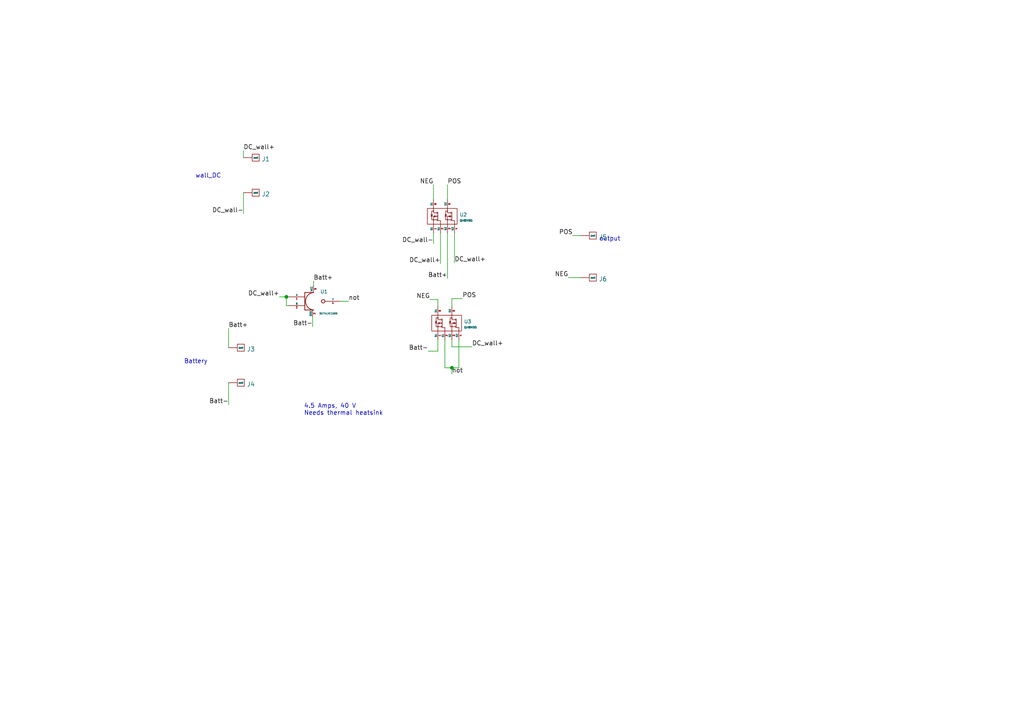
<source format=kicad_sch>
(kicad_sch (version 20211123) (generator eeschema)
  (paper "A4")
  (lib_symbols
    (symbol "Connectors:pad" (pin_numbers hide) (pin_names (offset 0.3))
      (property "Reference" "J" (at 0 2.032 0))
      (symbol "pad_0_1"
        (rectangle (start -1.016 1.016) (end 1.016 -1.016) (stroke (width 0.1524)))
      )
      (symbol "pad_1_1"
        (pin unspecified line (at -3.556 0 0) (length 2.5) (name "pad") (number "1"))
      )
    )
    (symbol "E-MOSFETs:QH8MB5" (pin_names (offset 0))
      (property "Reference" "U" (at 4.572 1.016 0))
      (property "Value" "QH8MB5" (at 5.842 -1.016 0))
      (symbol "QH8MB5_0_1"
        (rectangle (start -4.826 2.286) (end 3.81 -2.286) (stroke (width 0.1524)))
        (circle (center -3.048 -1.016) (radius 0.127) (stroke (width 0.05)) (fill (type outline)))
        (circle (center -3.048 1.524) (radius 0.127) (stroke (width 0.05)) (fill (type outline)))
        (polyline (pts (xy -3.302 0.508) (xy -3.81 0.508)) (stroke (width 0.1524)))
        (polyline (pts (xy -3.048 -1.016) (xy -3.048 -2.286)) (stroke (width 0.1524)))
        (polyline (pts (xy -3.048 2.286) (xy -3.048 1.524)) (stroke (width 0.1524)))
        (polyline (pts (xy -2.032 -1.27) (xy -2.032 -0.762)) (stroke (width 0.1524)))
        (polyline (pts (xy -2.032 -0.254) (xy -2.032 0.254)) (stroke (width 0.1524)))
        (polyline (pts (xy -2.032 0.762) (xy -2.032 1.27)) (stroke (width 0.1524)))
        (polyline (pts (xy -1.778 -1.27) (xy -1.778 1.27)) (stroke (width 0.1524)))
        (polyline (pts (xy -1.778 -1.27) (xy -1.016 -1.27)) (stroke (width 0.1524)))
        (polyline (pts (xy -1.016 -1.27) (xy -1.016 -2.286)) (stroke (width 0.1524)))
        (polyline (pts (xy 0.254 0) (xy 0.762 0)) (stroke (width 0.1524)))
        (polyline (pts (xy 1.016 -1.016) (xy 1.016 -2.286)) (stroke (width 0.1524)))
        (polyline (pts (xy 1.016 2.286) (xy 1.016 1.524)) (stroke (width 0.1524)))
        (polyline (pts (xy 2.032 -1.27) (xy 2.032 -0.762)) (stroke (width 0.1524)))
        (polyline (pts (xy 2.032 -0.254) (xy 2.032 0.254)) (stroke (width 0.1524)))
        (polyline (pts (xy 2.032 0.762) (xy 2.032 1.27)) (stroke (width 0.1524)))
        (polyline (pts (xy 2.286 -1.27) (xy 2.286 1.27)) (stroke (width 0.1524)))
        (polyline (pts (xy 2.286 -1.27) (xy 3.048 -1.27)) (stroke (width 0.1524)))
        (polyline (pts (xy 3.048 -1.27) (xy 3.048 -2.286)) (stroke (width 0.1524)))
        (polyline (pts (xy -3.556 0) (xy -3.556 -1.016) (xy -3.048 -1.016)) (stroke (width 0.1524)))
        (polyline (pts (xy -2.032 1.016) (xy -3.048 1.016) (xy -3.048 1.27)) (stroke (width 0.1524)))
        (polyline (pts (xy 0.508 0) (xy 0.508 -1.016) (xy 1.016 -1.016)) (stroke (width 0.1524)))
        (polyline (pts (xy 2.032 1.016) (xy 1.016 1.016) (xy 1.016 1.27)) (stroke (width 0.1524)))
        (polyline (pts (xy -3.81 0) (xy -3.556 0.508) (xy -3.302 0) (xy -3.81 0)) (stroke (width 0.1)) (fill (type outline)))
        (polyline (pts (xy -3.556 0.508) (xy -3.556 1.524) (xy -3.048 1.524) (xy -3.048 1.27)) (stroke (width 0.1524)))
        (polyline (pts (xy -2.794 0.254) (xy -2.286 0) (xy -2.794 -0.254) (xy -2.794 0.254)) (stroke (width 0.1)) (fill (type outline)))
        (polyline (pts (xy -2.032 0) (xy -3.048 0) (xy -3.048 -1.016) (xy -2.032 -1.016)) (stroke (width 0.1524)))
        (polyline (pts (xy 0.508 0.508) (xy 0.508 1.524) (xy 1.016 1.524) (xy 1.016 1.27)) (stroke (width 0.1524)))
        (polyline (pts (xy 0.762 0.508) (xy 0.508 0) (xy 0.254 0.508) (xy 0.762 0.508)) (stroke (width 0.1)) (fill (type outline)))
        (polyline (pts (xy 1.778 0.254) (xy 1.27 0) (xy 1.778 -0.254) (xy 1.778 0.254)) (stroke (width 0.1)) (fill (type outline)))
        (polyline (pts (xy 2.032 0) (xy 1.016 0) (xy 1.016 -1.016) (xy 2.032 -1.016)) (stroke (width 0.1524)))
        (circle (center 1.016 -1.016) (radius 0.127) (stroke (width 0.05)) (fill (type outline)))
        (circle (center 1.016 1.524) (radius 0.127) (stroke (width 0.05)) (fill (type outline)))
      )
      (symbol "QH8MB5_1_1"
        (pin unspecified line (at -3.048 -4.826 90) (length 2.5) (name "S1") (number "1"))
        (pin unspecified line (at -1.016 -4.826 90) (length 2.5) (name "G1") (number "2"))
        (pin unspecified line (at 1.016 -4.826 90) (length 2.5) (name "S2") (number "3"))
        (pin unspecified line (at 3.048 -4.826 90) (length 2.5) (name "G2") (number "4"))
        (pin unspecified line (at 1.016 4.826 270) (length 2.5) (name "D2") (number "5"))
        (pin unspecified line (at -3.048 4.826 270) (length 2.5) (name "D1") (number "6"))
      )
    )
    (symbol "digital:SN74LVC1G00" (pin_names (offset 0))
      (property "Reference" "U" (at 2.286 2.794 0))
      (property "Value" "SN74LVC1G00" (at 4.318 -2.794 0))
      (symbol "SN74LVC1G00_1_1"
        (polyline (pts (xy -2.54 -2.54) (xy 0 -2.54)) (stroke (width 0.2032)))
        (polyline (pts (xy -2.54 2.54) (xy -2.54 -2.54)) (stroke (width 0.2032)))
        (polyline (pts (xy -2.54 2.54) (xy 0 2.54)) (stroke (width 0.2032)))
        (arc (start 0 2.54) (mid -2.7841 0) (end 0 -2.54) (stroke (width 0.2032)))
        (circle (center 2.794 0) (radius 0.508) (stroke (width 0.2032)))
        (pin input line (at -7.112 1.27 0) (length 4.5) (name "A") (number "1"))
        (pin input line (at -7.112 -1.27 0) (length 4.5) (name "B") (number "2"))
        (pin power_in line (at -0.254 -4.572 90) (length 2) (name "GND") (number "3"))
        (pin output line (at 7.874 0 180) (length 4.5) (name "Y") (number "4"))
        (pin power_in line (at 0 4.572 270) (length 2) (name "VCC") (number "5"))
      )
    )
  )
  (junction (at 131.064 106.68))
  (junction (at 83.058 86.106))
  (wire (pts (xy 131.064 100.584) (xy 136.906 100.584)))
  (wire (pts (xy 129.032 106.68) (xy 129.032 98.552)))
  (wire (pts (xy 70.612 45.72) (xy 70.612 43.688)))
  (wire (pts (xy 127 101.854) (xy 124.206 101.854)))
  (wire (pts (xy 131.064 88.9) (xy 131.064 86.614)))
  (wire (pts (xy 131.064 106.68) (xy 129.032 106.68)))
  (wire (pts (xy 127.762 67.564) (xy 127.762 76.454)))
  (wire (pts (xy 127 98.552) (xy 127 101.854)))
  (wire (pts (xy 129.794 53.594) (xy 129.794 57.912)))
  (wire (pts (xy 131.064 86.614) (xy 134.112 86.614)))
  (wire (pts (xy 70.612 61.976) (xy 70.612 55.88)))
  (wire (pts (xy 90.678 91.948) (xy 90.678 94.742)))
  (wire (pts (xy 127 86.868) (xy 124.714 86.868)))
  (wire (pts (xy 164.846 80.518) (xy 168.402 80.518)))
  (wire (pts (xy 131.064 106.68) (xy 133.096 106.68)))
  (wire (pts (xy 83.058 88.646) (xy 83.82 88.646)))
  (wire (pts (xy 66.294 100.838) (xy 66.294 95.25)))
  (wire (pts (xy 131.826 67.564) (xy 131.826 76.2)))
  (wire (pts (xy 125.73 67.564) (xy 125.73 70.612)))
  (wire (pts (xy 131.064 108.458) (xy 131.064 106.68)))
  (wire (pts (xy 98.806 87.376) (xy 101.092 87.376)))
  (wire (pts (xy 133.096 106.68) (xy 133.096 98.552)))
  (wire (pts (xy 131.064 98.552) (xy 131.064 100.584)))
  (wire (pts (xy 125.73 53.594) (xy 125.73 57.912)))
  (wire (pts (xy 168.402 68.326) (xy 166.116 68.326)))
  (wire (pts (xy 127 88.9) (xy 127 86.868)))
  (wire (pts (xy 81.026 86.106) (xy 83.058 86.106)))
  (wire (pts (xy 83.82 86.106) (xy 83.058 86.106)))
  (wire (pts (xy 90.932 81.534) (xy 90.932 82.804)))
  (wire (pts (xy 129.794 67.564) (xy 129.794 80.772)))
  (wire (pts (xy 66.294 110.998) (xy 66.294 117.348)))
  (wire (pts (xy 83.058 86.106) (xy 83.058 88.646)))
  (text "~" (at 60.96 53.848 0) (effects (font (size 1.27 1.27)) (justify left bottom)))
  (text "~" (at 56.388 50.8 0) (effects (font (size 1.27 1.27)) (justify left bottom)))
  (text "Battery" (at 53.34 105.664 0) (effects (font (size 1.27 1.27)) (justify left bottom)))
  (text "4.5 Amps, 40 V\nNeeds thermal heatsink\n" (at 88.138 120.65 0) (effects (font (size 1.27 1.27)) (justify left bottom)))
  (text "output" (at 173.736 70.104 0) (effects (font (size 1.27 1.27)) (justify left bottom)))
  (text "wall_DC" (at 56.642 51.816 0) (effects (font (size 1.27 1.27)) (justify left bottom)))
  (label "DC_wall-" (at 125.73 70.612 180))
  (label "POS" (at 134.112 86.614 0))
  (label "Batt-" (at 124.206 101.854 180))
  (label "POS" (at 166.116 68.326 180))
  (label "NEG" (at 164.846 80.518 180))
  (label "Batt+" (at 90.932 81.534 0))
  (label "Batt-" (at 90.678 94.742 180))
  (label "DC_wall+" (at 131.826 76.2 0))
  (label "NEG" (at 124.714 86.868 180))
  (label "Batt+" (at 129.794 80.772 180))
  (label "Batt-" (at 66.294 117.348 180))
  (label "POS" (at 129.794 53.594 0))
  (label "DC_wall+" (at 70.612 43.688 0))
  (label "Batt+" (at 66.294 95.25 0))
  (label "DC_wall+" (at 127.762 76.454 180))
  (label "not" (at 131.064 108.458 0))
  (label "DC_wall+" (at 136.906 100.584 0))
  (label "not" (at 101.092 87.376 0))
  (label "NEG" (at 125.73 53.594 180))
  (label "DC_wall+" (at 81.026 86.106 180))
  (label "DC_wall-" (at 70.612 61.976 180))
  (symbol (lib_id "Connectors:pad") (at 171.958 68.326 0) (unit 1)
    (property "Reference" "J5" (at 173.6852 68.7598 0) (effects (justify left)))
    (property "Value" "pad" (effects hide))
    (property "Footprint" "my_footprints:pad 2.2*1.35 mm" (effects hide))
  )
  (symbol (lib_id "Connectors:pad") (at 69.85 100.838 0) (unit 1)
    (property "Reference" "J3" (at 71.5772 101.2718 0) (effects (justify left)))
    (property "Value" "pad" (effects hide))
    (property "Footprint" "my_footprints:pad 2.2*1.35 mm" (effects hide))
  )
  (symbol (lib_id "Connectors:pad") (at 74.168 55.88 0) (unit 1)
    (property "Reference" "J2" (at 75.8952 56.3138 0) (effects (justify left)))
    (property "Value" "pad" (effects hide))
    (property "Footprint" "my_footprints:pad 2.2*1.35 mm" (effects hide))
  )
  (symbol (lib_id "Connectors:pad") (at 74.168 45.72 0) (unit 1)
    (property "Reference" "J1" (at 75.8952 46.1538 0) (effects (justify left)))
    (property "Value" "pad" (effects hide))
    (property "Footprint" "my_footprints:pad 2.2*1.35 mm" (effects hide))
  )
  (symbol (lib_id "Connectors:pad") (at 69.85 110.998 0) (unit 1)
    (property "Reference" "J4" (at 71.5772 111.4318 0) (effects (justify left)))
    (property "Value" "pad" (effects hide))
    (property "Footprint" "my_footprints:pad 2.2*1.35 mm" (effects hide))
  )
  (symbol (lib_id "E-MOSFETs:QH8MB5") (at 130.048 93.726 0) (unit 1)
    (property "Reference" "U3" (at 134.5692 93.2647 0) (effects (font (size 1 1)) (justify left)))
    (property "Value" "QH8MB5" (at 134.5692 94.9568 0) (effects (font (size 0.6 0.6)) (justify left)))
    (property "Footprint" "my_footprints:QH8MB5TCR" (effects hide))
    (property "Datasheet" "https://fscdn.rohm.com/en/products/databook/datasheet/discrete/transistor/mosfet/qh8mb5tcr-e.pdf" (effects hide))
    (property "Spice_Primitive" "X" (effects hide))
    (property "Spice_Model" "QH8MB5" (effects hide))
    (property "Spice_Netlist_Enabled" "Y" (effects hide))
    (property "Spice_Lib_File" "/home/abode/data/work/circuits_design/ngspice/vendors/E-MOSFETs.lib" (effects hide))
  )
  (symbol (lib_id "E-MOSFETs:QH8MB5") (at 128.778 62.738 0) (unit 1)
    (property "Reference" "U2" (at 133.2992 62.2767 0) (effects (font (size 1 1)) (justify left)))
    (property "Value" "QH8MB5" (at 133.2992 63.9688 0) (effects (font (size 0.6 0.6)) (justify left)))
    (property "Footprint" "my_footprints:QH8MB5TCR" (effects hide))
    (property "Datasheet" "https://fscdn.rohm.com/en/products/databook/datasheet/discrete/transistor/mosfet/qh8mb5tcr-e.pdf" (effects hide))
    (property "Spice_Primitive" "X" (effects hide))
    (property "Spice_Model" "QH8MB5" (effects hide))
    (property "Spice_Netlist_Enabled" "Y" (effects hide))
    (property "Spice_Lib_File" "/home/abode/data/work/circuits_design/ngspice/vendors/E-MOSFETs.lib" (effects hide))
  )
  (symbol (lib_id "digital:SN74LVC1G00") (at 90.932 87.376 0) (unit 1)
    (property "Reference" "U1" (at 93.98 84.582 0) (effects (font (size 1 1))))
    (property "Value" "SN74LVC1G00" (at 95.25 90.932 0) (effects (font (size 0.5 0.5))))
    (property "Footprint" "my_footprints:SN74LVC1G00DRYR" (effects hide))
    (property "Datasheet" "https://www.ti.com/lit/gpn/sn74lvc1g00" (effects hide))
    (property "Spice_Primitive" "X" (effects hide))
    (property "Spice_Model" "SN74LVC1G00" (effects hide))
    (property "Spice_Netlist_Enabled" "Y" (effects hide))
    (property "Spice_Node_Sequence" "4 1 2 5 3" (effects hide))
    (property "Spice_Lib_File" "/home/abode/data/work/circuits_design/ngspice/vendors/digital.lib" (effects hide))
  )
  (symbol (lib_id "Connectors:pad") (at 171.958 80.518 0) (unit 1)
    (property "Reference" "J6" (at 173.6852 80.9518 0) (effects (justify left)))
    (property "Value" "pad" (effects hide))
    (property "Footprint" "my_footprints:pad 2.2*1.35 mm" (effects hide))
  )
)
</source>
